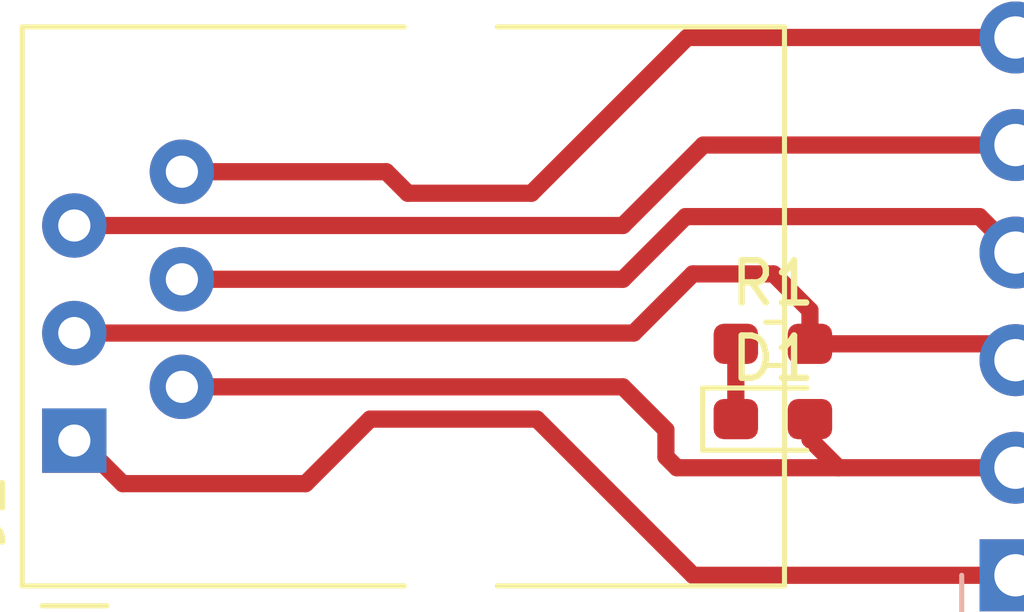
<source format=kicad_pcb>
(kicad_pcb (version 20171130) (host pcbnew 5.1.5+dfsg1-2build2)

  (general
    (thickness 1.6)
    (drawings 0)
    (tracks 35)
    (zones 0)
    (modules 4)
    (nets 8)
  )

  (page A4)
  (layers
    (0 F.Cu signal)
    (31 B.Cu signal hide)
    (32 B.Adhes user hide)
    (33 F.Adhes user hide)
    (34 B.Paste user hide)
    (35 F.Paste user hide)
    (36 B.SilkS user hide)
    (37 F.SilkS user hide)
    (38 B.Mask user hide)
    (39 F.Mask user hide)
    (40 Dwgs.User user hide)
    (41 Cmts.User user hide)
    (42 Eco1.User user hide)
    (43 Eco2.User user hide)
    (44 Edge.Cuts user hide)
    (45 Margin user hide)
    (46 B.CrtYd user hide)
    (47 F.CrtYd user hide)
    (48 B.Fab user hide)
    (49 F.Fab user hide)
  )

  (setup
    (last_trace_width 0.4064)
    (trace_clearance 0.2)
    (zone_clearance 0.508)
    (zone_45_only no)
    (trace_min 0.2)
    (via_size 0.8)
    (via_drill 0.4)
    (via_min_size 0.4)
    (via_min_drill 0.3)
    (uvia_size 0.3)
    (uvia_drill 0.1)
    (uvias_allowed no)
    (uvia_min_size 0.2)
    (uvia_min_drill 0.1)
    (edge_width 0.05)
    (segment_width 0.2)
    (pcb_text_width 0.3)
    (pcb_text_size 1.5 1.5)
    (mod_edge_width 0.12)
    (mod_text_size 1 1)
    (mod_text_width 0.15)
    (pad_size 1.524 1.524)
    (pad_drill 0.762)
    (pad_to_mask_clearance 0.051)
    (solder_mask_min_width 0.25)
    (aux_axis_origin 0 0)
    (visible_elements FFFFFF7F)
    (pcbplotparams
      (layerselection 0x010fc_ffffffff)
      (usegerberextensions false)
      (usegerberattributes false)
      (usegerberadvancedattributes false)
      (creategerberjobfile false)
      (excludeedgelayer true)
      (linewidth 0.100000)
      (plotframeref false)
      (viasonmask false)
      (mode 1)
      (useauxorigin false)
      (hpglpennumber 1)
      (hpglpenspeed 20)
      (hpglpendiameter 15.000000)
      (psnegative false)
      (psa4output false)
      (plotreference true)
      (plotvalue true)
      (plotinvisibletext false)
      (padsonsilk false)
      (subtractmaskfromsilk false)
      (outputformat 1)
      (mirror false)
      (drillshape 1)
      (scaleselection 1)
      (outputdirectory ""))
  )

  (net 0 "")
  (net 1 "Net-(D1-Pad1)")
  (net 2 "Net-(D1-Pad2)")
  (net 3 "Net-(J1-Pad6)")
  (net 4 "Net-(J1-Pad5)")
  (net 5 "Net-(J1-Pad4)")
  (net 6 "Net-(J1-Pad3)")
  (net 7 "Net-(J1-Pad1)")

  (net_class Default "This is the default net class."
    (clearance 0.2)
    (trace_width 0.4064)
    (via_dia 0.8)
    (via_drill 0.4)
    (uvia_dia 0.3)
    (uvia_drill 0.1)
    (add_net "Net-(D1-Pad1)")
    (add_net "Net-(D1-Pad2)")
    (add_net "Net-(J1-Pad1)")
    (add_net "Net-(J1-Pad3)")
    (add_net "Net-(J1-Pad4)")
    (add_net "Net-(J1-Pad5)")
    (add_net "Net-(J1-Pad6)")
  )

  (module LED_SMD:LED_0603_1608Metric_Pad1.05x0.95mm_HandSolder (layer F.Cu) (tedit 5B4B45C9) (tstamp 608471CB)
    (at 143.623 129.921)
    (descr "LED SMD 0603 (1608 Metric), square (rectangular) end terminal, IPC_7351 nominal, (Body size source: http://www.tortai-tech.com/upload/download/2011102023233369053.pdf), generated with kicad-footprint-generator")
    (tags "LED handsolder")
    (path /6084848E)
    (attr smd)
    (fp_text reference D1 (at 0 -1.43) (layer F.SilkS)
      (effects (font (size 1 1) (thickness 0.15)))
    )
    (fp_text value LED (at 0 1.43) (layer F.Fab)
      (effects (font (size 1 1) (thickness 0.15)))
    )
    (fp_line (start 0.8 -0.4) (end -0.5 -0.4) (layer F.Fab) (width 0.1))
    (fp_line (start -0.5 -0.4) (end -0.8 -0.1) (layer F.Fab) (width 0.1))
    (fp_line (start -0.8 -0.1) (end -0.8 0.4) (layer F.Fab) (width 0.1))
    (fp_line (start -0.8 0.4) (end 0.8 0.4) (layer F.Fab) (width 0.1))
    (fp_line (start 0.8 0.4) (end 0.8 -0.4) (layer F.Fab) (width 0.1))
    (fp_line (start 0.8 -0.735) (end -1.66 -0.735) (layer F.SilkS) (width 0.12))
    (fp_line (start -1.66 -0.735) (end -1.66 0.735) (layer F.SilkS) (width 0.12))
    (fp_line (start -1.66 0.735) (end 0.8 0.735) (layer F.SilkS) (width 0.12))
    (fp_line (start -1.65 0.73) (end -1.65 -0.73) (layer F.CrtYd) (width 0.05))
    (fp_line (start -1.65 -0.73) (end 1.65 -0.73) (layer F.CrtYd) (width 0.05))
    (fp_line (start 1.65 -0.73) (end 1.65 0.73) (layer F.CrtYd) (width 0.05))
    (fp_line (start 1.65 0.73) (end -1.65 0.73) (layer F.CrtYd) (width 0.05))
    (fp_text user %R (at 0 0) (layer F.Fab)
      (effects (font (size 0.4 0.4) (thickness 0.06)))
    )
    (pad 1 smd roundrect (at -0.875 0) (size 1.05 0.95) (layers F.Cu F.Paste F.Mask) (roundrect_rratio 0.25)
      (net 1 "Net-(D1-Pad1)"))
    (pad 2 smd roundrect (at 0.875 0) (size 1.05 0.95) (layers F.Cu F.Paste F.Mask) (roundrect_rratio 0.25)
      (net 2 "Net-(D1-Pad2)"))
    (model ${KISYS3DMOD}/LED_SMD.3dshapes/LED_0603_1608Metric.wrl
      (at (xyz 0 0 0))
      (scale (xyz 1 1 1))
      (rotate (xyz 0 0 0))
    )
  )

  (module Connector_RJ:RJ12_Amphenol_54601 (layer F.Cu) (tedit 5AE2E32D) (tstamp 608474C2)
    (at 127.127 130.429 90)
    (descr "RJ12 connector  https://cdn.amphenol-icc.com/media/wysiwyg/files/drawing/c-bmj-0082.pdf")
    (tags "RJ12 connector")
    (path /60846E15)
    (fp_text reference J1 (at -1.67 -2.16 90) (layer F.SilkS)
      (effects (font (size 1 1) (thickness 0.15)))
    )
    (fp_text value 6P6C_Shielded (at 3.54 18.3 90) (layer F.Fab)
      (effects (font (size 1 1) (thickness 0.15)))
    )
    (fp_line (start -3.43 -0.48) (end -3.43 -1.23) (layer F.Fab) (width 0.1))
    (fp_line (start -2.93 0.02) (end -3.43 -0.48) (layer F.Fab) (width 0.1))
    (fp_line (start -3.43 0.52) (end -2.93 0.02) (layer F.Fab) (width 0.1))
    (fp_line (start -3.9 0.77) (end -3.9 -0.76) (layer F.SilkS) (width 0.12))
    (fp_line (start -3.43 7.79) (end -3.43 -1.23) (layer F.SilkS) (width 0.12))
    (fp_line (start -3.43 7.72) (end -3.43 7.79) (layer F.SilkS) (width 0.1))
    (fp_line (start -3.43 16.77) (end -3.43 9.99) (layer F.SilkS) (width 0.12))
    (fp_line (start 9.77 16.77) (end -3.43 16.77) (layer F.SilkS) (width 0.12))
    (fp_line (start 9.77 16.76) (end 9.77 16.77) (layer F.SilkS) (width 0.1))
    (fp_line (start 9.77 16.77) (end 9.77 9.99) (layer F.SilkS) (width 0.12))
    (fp_line (start 9.77 16.65) (end 9.77 16.77) (layer F.SilkS) (width 0.1))
    (fp_line (start 9.77 -1.23) (end 9.77 7.79) (layer F.SilkS) (width 0.12))
    (fp_line (start -3.43 -1.23) (end 9.77 -1.23) (layer F.SilkS) (width 0.12))
    (fp_line (start -4.04 17.27) (end -4.04 -1.73) (layer F.CrtYd) (width 0.05))
    (fp_line (start 10.38 17.27) (end -4.04 17.27) (layer F.CrtYd) (width 0.05))
    (fp_line (start 10.38 -1.73) (end 10.38 17.27) (layer F.CrtYd) (width 0.05))
    (fp_line (start -4.04 -1.73) (end 10.38 -1.73) (layer F.CrtYd) (width 0.05))
    (fp_line (start 9.77 16.77) (end -3.43 16.77) (layer F.Fab) (width 0.1))
    (fp_line (start 9.77 -1.23) (end 9.77 16.77) (layer F.Fab) (width 0.1))
    (fp_line (start -3.43 -1.23) (end 9.77 -1.23) (layer F.Fab) (width 0.1))
    (fp_line (start -3.43 16.77) (end -3.43 0.52) (layer F.Fab) (width 0.1))
    (fp_text user %R (at 3.16 7.76 90) (layer F.Fab)
      (effects (font (size 1 1) (thickness 0.15)))
    )
    (pad "" np_thru_hole circle (at 8.25 8.89 90) (size 3.25 3.25) (drill 3.25) (layers *.Cu *.Mask))
    (pad 6 thru_hole circle (at 6.35 2.54 90) (size 1.52 1.52) (drill 0.76) (layers *.Cu *.Mask)
      (net 3 "Net-(J1-Pad6)"))
    (pad 5 thru_hole circle (at 5.08 0 90) (size 1.52 1.52) (drill 0.76) (layers *.Cu *.Mask)
      (net 4 "Net-(J1-Pad5)"))
    (pad 4 thru_hole circle (at 3.81 2.54 90) (size 1.52 1.52) (drill 0.76) (layers *.Cu *.Mask)
      (net 5 "Net-(J1-Pad4)"))
    (pad 3 thru_hole circle (at 2.54 0 90) (size 1.52 1.52) (drill 0.76) (layers *.Cu *.Mask)
      (net 6 "Net-(J1-Pad3)"))
    (pad 2 thru_hole circle (at 1.27 2.54 90) (size 1.52 1.52) (drill 0.76) (layers *.Cu *.Mask)
      (net 2 "Net-(D1-Pad2)"))
    (pad "" np_thru_hole circle (at -1.91 8.89 90) (size 3.25 3.25) (drill 3.25) (layers *.Cu *.Mask))
    (pad 1 thru_hole rect (at 0 0 90) (size 1.52 1.52) (drill 0.76) (layers *.Cu *.Mask)
      (net 7 "Net-(J1-Pad1)"))
    (model ${KISYS3DMOD}/Connector_RJ.3dshapes/RJ12_Amphenol_54601.wrl
      (at (xyz 0 0 0))
      (scale (xyz 1 1 1))
      (rotate (xyz 0 0 0))
    )
  )

  (module Connector_PinHeader_2.54mm:PinHeader_1x06_P2.54mm_Horizontal (layer B.Cu) (tedit 59FED5CB) (tstamp 60847254)
    (at 149.352 133.609)
    (descr "Through hole angled pin header, 1x06, 2.54mm pitch, 6mm pin length, single row")
    (tags "Through hole angled pin header THT 1x06 2.54mm single row")
    (path /60847A64)
    (fp_text reference J2 (at 4.385 2.27) (layer B.SilkS)
      (effects (font (size 1 1) (thickness 0.15)) (justify mirror))
    )
    (fp_text value Conn_PIC_ICSP_ICD (at 4.385 -14.97) (layer B.Fab)
      (effects (font (size 1 1) (thickness 0.15)) (justify mirror))
    )
    (fp_line (start 2.135 1.27) (end 4.04 1.27) (layer B.Fab) (width 0.1))
    (fp_line (start 4.04 1.27) (end 4.04 -13.97) (layer B.Fab) (width 0.1))
    (fp_line (start 4.04 -13.97) (end 1.5 -13.97) (layer B.Fab) (width 0.1))
    (fp_line (start 1.5 -13.97) (end 1.5 0.635) (layer B.Fab) (width 0.1))
    (fp_line (start 1.5 0.635) (end 2.135 1.27) (layer B.Fab) (width 0.1))
    (fp_line (start -0.32 0.32) (end 1.5 0.32) (layer B.Fab) (width 0.1))
    (fp_line (start -0.32 0.32) (end -0.32 -0.32) (layer B.Fab) (width 0.1))
    (fp_line (start -0.32 -0.32) (end 1.5 -0.32) (layer B.Fab) (width 0.1))
    (fp_line (start 4.04 0.32) (end 10.04 0.32) (layer B.Fab) (width 0.1))
    (fp_line (start 10.04 0.32) (end 10.04 -0.32) (layer B.Fab) (width 0.1))
    (fp_line (start 4.04 -0.32) (end 10.04 -0.32) (layer B.Fab) (width 0.1))
    (fp_line (start -0.32 -2.22) (end 1.5 -2.22) (layer B.Fab) (width 0.1))
    (fp_line (start -0.32 -2.22) (end -0.32 -2.86) (layer B.Fab) (width 0.1))
    (fp_line (start -0.32 -2.86) (end 1.5 -2.86) (layer B.Fab) (width 0.1))
    (fp_line (start 4.04 -2.22) (end 10.04 -2.22) (layer B.Fab) (width 0.1))
    (fp_line (start 10.04 -2.22) (end 10.04 -2.86) (layer B.Fab) (width 0.1))
    (fp_line (start 4.04 -2.86) (end 10.04 -2.86) (layer B.Fab) (width 0.1))
    (fp_line (start -0.32 -4.76) (end 1.5 -4.76) (layer B.Fab) (width 0.1))
    (fp_line (start -0.32 -4.76) (end -0.32 -5.4) (layer B.Fab) (width 0.1))
    (fp_line (start -0.32 -5.4) (end 1.5 -5.4) (layer B.Fab) (width 0.1))
    (fp_line (start 4.04 -4.76) (end 10.04 -4.76) (layer B.Fab) (width 0.1))
    (fp_line (start 10.04 -4.76) (end 10.04 -5.4) (layer B.Fab) (width 0.1))
    (fp_line (start 4.04 -5.4) (end 10.04 -5.4) (layer B.Fab) (width 0.1))
    (fp_line (start -0.32 -7.3) (end 1.5 -7.3) (layer B.Fab) (width 0.1))
    (fp_line (start -0.32 -7.3) (end -0.32 -7.94) (layer B.Fab) (width 0.1))
    (fp_line (start -0.32 -7.94) (end 1.5 -7.94) (layer B.Fab) (width 0.1))
    (fp_line (start 4.04 -7.3) (end 10.04 -7.3) (layer B.Fab) (width 0.1))
    (fp_line (start 10.04 -7.3) (end 10.04 -7.94) (layer B.Fab) (width 0.1))
    (fp_line (start 4.04 -7.94) (end 10.04 -7.94) (layer B.Fab) (width 0.1))
    (fp_line (start -0.32 -9.84) (end 1.5 -9.84) (layer B.Fab) (width 0.1))
    (fp_line (start -0.32 -9.84) (end -0.32 -10.48) (layer B.Fab) (width 0.1))
    (fp_line (start -0.32 -10.48) (end 1.5 -10.48) (layer B.Fab) (width 0.1))
    (fp_line (start 4.04 -9.84) (end 10.04 -9.84) (layer B.Fab) (width 0.1))
    (fp_line (start 10.04 -9.84) (end 10.04 -10.48) (layer B.Fab) (width 0.1))
    (fp_line (start 4.04 -10.48) (end 10.04 -10.48) (layer B.Fab) (width 0.1))
    (fp_line (start -0.32 -12.38) (end 1.5 -12.38) (layer B.Fab) (width 0.1))
    (fp_line (start -0.32 -12.38) (end -0.32 -13.02) (layer B.Fab) (width 0.1))
    (fp_line (start -0.32 -13.02) (end 1.5 -13.02) (layer B.Fab) (width 0.1))
    (fp_line (start 4.04 -12.38) (end 10.04 -12.38) (layer B.Fab) (width 0.1))
    (fp_line (start 10.04 -12.38) (end 10.04 -13.02) (layer B.Fab) (width 0.1))
    (fp_line (start 4.04 -13.02) (end 10.04 -13.02) (layer B.Fab) (width 0.1))
    (fp_line (start 1.44 1.33) (end 1.44 -14.03) (layer B.SilkS) (width 0.12))
    (fp_line (start 1.44 -14.03) (end 4.1 -14.03) (layer B.SilkS) (width 0.12))
    (fp_line (start 4.1 -14.03) (end 4.1 1.33) (layer B.SilkS) (width 0.12))
    (fp_line (start 4.1 1.33) (end 1.44 1.33) (layer B.SilkS) (width 0.12))
    (fp_line (start 4.1 0.38) (end 10.1 0.38) (layer B.SilkS) (width 0.12))
    (fp_line (start 10.1 0.38) (end 10.1 -0.38) (layer B.SilkS) (width 0.12))
    (fp_line (start 10.1 -0.38) (end 4.1 -0.38) (layer B.SilkS) (width 0.12))
    (fp_line (start 4.1 0.32) (end 10.1 0.32) (layer B.SilkS) (width 0.12))
    (fp_line (start 4.1 0.2) (end 10.1 0.2) (layer B.SilkS) (width 0.12))
    (fp_line (start 4.1 0.08) (end 10.1 0.08) (layer B.SilkS) (width 0.12))
    (fp_line (start 4.1 -0.04) (end 10.1 -0.04) (layer B.SilkS) (width 0.12))
    (fp_line (start 4.1 -0.16) (end 10.1 -0.16) (layer B.SilkS) (width 0.12))
    (fp_line (start 4.1 -0.28) (end 10.1 -0.28) (layer B.SilkS) (width 0.12))
    (fp_line (start 1.11 0.38) (end 1.44 0.38) (layer B.SilkS) (width 0.12))
    (fp_line (start 1.11 -0.38) (end 1.44 -0.38) (layer B.SilkS) (width 0.12))
    (fp_line (start 1.44 -1.27) (end 4.1 -1.27) (layer B.SilkS) (width 0.12))
    (fp_line (start 4.1 -2.16) (end 10.1 -2.16) (layer B.SilkS) (width 0.12))
    (fp_line (start 10.1 -2.16) (end 10.1 -2.92) (layer B.SilkS) (width 0.12))
    (fp_line (start 10.1 -2.92) (end 4.1 -2.92) (layer B.SilkS) (width 0.12))
    (fp_line (start 1.042929 -2.16) (end 1.44 -2.16) (layer B.SilkS) (width 0.12))
    (fp_line (start 1.042929 -2.92) (end 1.44 -2.92) (layer B.SilkS) (width 0.12))
    (fp_line (start 1.44 -3.81) (end 4.1 -3.81) (layer B.SilkS) (width 0.12))
    (fp_line (start 4.1 -4.7) (end 10.1 -4.7) (layer B.SilkS) (width 0.12))
    (fp_line (start 10.1 -4.7) (end 10.1 -5.46) (layer B.SilkS) (width 0.12))
    (fp_line (start 10.1 -5.46) (end 4.1 -5.46) (layer B.SilkS) (width 0.12))
    (fp_line (start 1.042929 -4.7) (end 1.44 -4.7) (layer B.SilkS) (width 0.12))
    (fp_line (start 1.042929 -5.46) (end 1.44 -5.46) (layer B.SilkS) (width 0.12))
    (fp_line (start 1.44 -6.35) (end 4.1 -6.35) (layer B.SilkS) (width 0.12))
    (fp_line (start 4.1 -7.24) (end 10.1 -7.24) (layer B.SilkS) (width 0.12))
    (fp_line (start 10.1 -7.24) (end 10.1 -8) (layer B.SilkS) (width 0.12))
    (fp_line (start 10.1 -8) (end 4.1 -8) (layer B.SilkS) (width 0.12))
    (fp_line (start 1.042929 -7.24) (end 1.44 -7.24) (layer B.SilkS) (width 0.12))
    (fp_line (start 1.042929 -8) (end 1.44 -8) (layer B.SilkS) (width 0.12))
    (fp_line (start 1.44 -8.89) (end 4.1 -8.89) (layer B.SilkS) (width 0.12))
    (fp_line (start 4.1 -9.78) (end 10.1 -9.78) (layer B.SilkS) (width 0.12))
    (fp_line (start 10.1 -9.78) (end 10.1 -10.54) (layer B.SilkS) (width 0.12))
    (fp_line (start 10.1 -10.54) (end 4.1 -10.54) (layer B.SilkS) (width 0.12))
    (fp_line (start 1.042929 -9.78) (end 1.44 -9.78) (layer B.SilkS) (width 0.12))
    (fp_line (start 1.042929 -10.54) (end 1.44 -10.54) (layer B.SilkS) (width 0.12))
    (fp_line (start 1.44 -11.43) (end 4.1 -11.43) (layer B.SilkS) (width 0.12))
    (fp_line (start 4.1 -12.32) (end 10.1 -12.32) (layer B.SilkS) (width 0.12))
    (fp_line (start 10.1 -12.32) (end 10.1 -13.08) (layer B.SilkS) (width 0.12))
    (fp_line (start 10.1 -13.08) (end 4.1 -13.08) (layer B.SilkS) (width 0.12))
    (fp_line (start 1.042929 -12.32) (end 1.44 -12.32) (layer B.SilkS) (width 0.12))
    (fp_line (start 1.042929 -13.08) (end 1.44 -13.08) (layer B.SilkS) (width 0.12))
    (fp_line (start -1.27 0) (end -1.27 1.27) (layer B.SilkS) (width 0.12))
    (fp_line (start -1.27 1.27) (end 0 1.27) (layer B.SilkS) (width 0.12))
    (fp_line (start -1.8 1.8) (end -1.8 -14.5) (layer B.CrtYd) (width 0.05))
    (fp_line (start -1.8 -14.5) (end 10.55 -14.5) (layer B.CrtYd) (width 0.05))
    (fp_line (start 10.55 -14.5) (end 10.55 1.8) (layer B.CrtYd) (width 0.05))
    (fp_line (start 10.55 1.8) (end -1.8 1.8) (layer B.CrtYd) (width 0.05))
    (fp_text user %R (at 2.77 -6.35 270) (layer B.Fab)
      (effects (font (size 1 1) (thickness 0.15)) (justify mirror))
    )
    (pad 1 thru_hole rect (at 0 0) (size 1.7 1.7) (drill 1) (layers *.Cu *.Mask)
      (net 7 "Net-(J1-Pad1)"))
    (pad 2 thru_hole oval (at 0 -2.54) (size 1.7 1.7) (drill 1) (layers *.Cu *.Mask)
      (net 2 "Net-(D1-Pad2)"))
    (pad 3 thru_hole oval (at 0 -5.08) (size 1.7 1.7) (drill 1) (layers *.Cu *.Mask)
      (net 6 "Net-(J1-Pad3)"))
    (pad 4 thru_hole oval (at 0 -7.62) (size 1.7 1.7) (drill 1) (layers *.Cu *.Mask)
      (net 5 "Net-(J1-Pad4)"))
    (pad 5 thru_hole oval (at 0 -10.16) (size 1.7 1.7) (drill 1) (layers *.Cu *.Mask)
      (net 4 "Net-(J1-Pad5)"))
    (pad 6 thru_hole oval (at 0 -12.7) (size 1.7 1.7) (drill 1) (layers *.Cu *.Mask)
      (net 3 "Net-(J1-Pad6)"))
    (model ${KISYS3DMOD}/Connector_PinHeader_2.54mm.3dshapes/PinHeader_1x06_P2.54mm_Horizontal.wrl
      (at (xyz 0 0 0))
      (scale (xyz 1 1 1))
      (rotate (xyz 0 0 0))
    )
  )

  (module Resistor_SMD:R_0603_1608Metric_Pad1.05x0.95mm_HandSolder (layer F.Cu) (tedit 5B301BBD) (tstamp 60847265)
    (at 143.623 128.143)
    (descr "Resistor SMD 0603 (1608 Metric), square (rectangular) end terminal, IPC_7351 nominal with elongated pad for handsoldering. (Body size source: http://www.tortai-tech.com/upload/download/2011102023233369053.pdf), generated with kicad-footprint-generator")
    (tags "resistor handsolder")
    (path /60848F40)
    (attr smd)
    (fp_text reference R1 (at 0 -1.43) (layer F.SilkS)
      (effects (font (size 1 1) (thickness 0.15)))
    )
    (fp_text value 470 (at 0 1.43) (layer F.Fab)
      (effects (font (size 1 1) (thickness 0.15)))
    )
    (fp_line (start -0.8 0.4) (end -0.8 -0.4) (layer F.Fab) (width 0.1))
    (fp_line (start -0.8 -0.4) (end 0.8 -0.4) (layer F.Fab) (width 0.1))
    (fp_line (start 0.8 -0.4) (end 0.8 0.4) (layer F.Fab) (width 0.1))
    (fp_line (start 0.8 0.4) (end -0.8 0.4) (layer F.Fab) (width 0.1))
    (fp_line (start -0.171267 -0.51) (end 0.171267 -0.51) (layer F.SilkS) (width 0.12))
    (fp_line (start -0.171267 0.51) (end 0.171267 0.51) (layer F.SilkS) (width 0.12))
    (fp_line (start -1.65 0.73) (end -1.65 -0.73) (layer F.CrtYd) (width 0.05))
    (fp_line (start -1.65 -0.73) (end 1.65 -0.73) (layer F.CrtYd) (width 0.05))
    (fp_line (start 1.65 -0.73) (end 1.65 0.73) (layer F.CrtYd) (width 0.05))
    (fp_line (start 1.65 0.73) (end -1.65 0.73) (layer F.CrtYd) (width 0.05))
    (fp_text user %R (at 0 0) (layer F.Fab)
      (effects (font (size 0.4 0.4) (thickness 0.06)))
    )
    (pad 1 smd roundrect (at -0.875 0) (size 1.05 0.95) (layers F.Cu F.Paste F.Mask) (roundrect_rratio 0.25)
      (net 1 "Net-(D1-Pad1)"))
    (pad 2 smd roundrect (at 0.875 0) (size 1.05 0.95) (layers F.Cu F.Paste F.Mask) (roundrect_rratio 0.25)
      (net 6 "Net-(J1-Pad3)"))
    (model ${KISYS3DMOD}/Resistor_SMD.3dshapes/R_0603_1608Metric.wrl
      (at (xyz 0 0 0))
      (scale (xyz 1 1 1))
      (rotate (xyz 0 0 0))
    )
  )

  (segment (start 142.748 128.143) (end 142.748 129.921) (width 0.4064) (layer F.Cu) (net 1))
  (segment (start 144.498 130.396) (end 144.498 129.921) (width 0.4064) (layer F.Cu) (net 2))
  (segment (start 145.171 131.069) (end 144.498 130.396) (width 0.4064) (layer F.Cu) (net 2))
  (segment (start 149.352 131.069) (end 145.171 131.069) (width 0.4064) (layer F.Cu) (net 2))
  (segment (start 141.356 131.069) (end 145.171 131.069) (width 0.4064) (layer F.Cu) (net 2))
  (segment (start 141.097 130.81) (end 141.356 131.069) (width 0.4064) (layer F.Cu) (net 2))
  (segment (start 140.081 129.159) (end 141.097 130.175) (width 0.4064) (layer F.Cu) (net 2))
  (segment (start 141.097 130.175) (end 141.097 130.81) (width 0.4064) (layer F.Cu) (net 2))
  (segment (start 129.667 129.159) (end 140.081 129.159) (width 0.4064) (layer F.Cu) (net 2))
  (segment (start 141.6 120.909) (end 149.352 120.909) (width 0.4064) (layer F.Cu) (net 3))
  (segment (start 137.922 124.587) (end 141.6 120.909) (width 0.4064) (layer F.Cu) (net 3))
  (segment (start 135.001 124.587) (end 137.922 124.587) (width 0.4064) (layer F.Cu) (net 3))
  (segment (start 134.493 124.079) (end 135.001 124.587) (width 0.4064) (layer F.Cu) (net 3))
  (segment (start 129.667 124.079) (end 134.493 124.079) (width 0.4064) (layer F.Cu) (net 3))
  (segment (start 127.127 125.349) (end 140.081 125.349) (width 0.4064) (layer F.Cu) (net 4))
  (segment (start 141.981 123.449) (end 149.352 123.449) (width 0.4064) (layer F.Cu) (net 4))
  (segment (start 140.081 125.349) (end 141.981 123.449) (width 0.4064) (layer F.Cu) (net 4))
  (segment (start 148.502001 125.139001) (end 149.352 125.989) (width 0.4064) (layer F.Cu) (net 5))
  (segment (start 141.560999 125.139001) (end 148.502001 125.139001) (width 0.4064) (layer F.Cu) (net 5))
  (segment (start 140.081 126.619) (end 141.560999 125.139001) (width 0.4064) (layer F.Cu) (net 5))
  (segment (start 129.667 126.619) (end 140.081 126.619) (width 0.4064) (layer F.Cu) (net 5))
  (segment (start 144.498 127.353) (end 144.498 128.143) (width 0.4064) (layer F.Cu) (net 6))
  (segment (start 143.637 126.492) (end 144.498 127.353) (width 0.4064) (layer F.Cu) (net 6))
  (segment (start 141.732 126.492) (end 143.637 126.492) (width 0.4064) (layer F.Cu) (net 6))
  (segment (start 140.335 127.889) (end 141.732 126.492) (width 0.4064) (layer F.Cu) (net 6))
  (segment (start 127.127 127.889) (end 140.335 127.889) (width 0.4064) (layer F.Cu) (net 6))
  (segment (start 148.966 128.143) (end 149.352 128.529) (width 0.4064) (layer F.Cu) (net 6))
  (segment (start 144.498 128.143) (end 148.966 128.143) (width 0.4064) (layer F.Cu) (net 6))
  (segment (start 127.127 130.429) (end 127.254 130.429) (width 0.4064) (layer F.Cu) (net 7))
  (segment (start 127.254 130.429) (end 128.27 131.445) (width 0.4064) (layer F.Cu) (net 7))
  (segment (start 128.27 131.445) (end 132.588 131.445) (width 0.4064) (layer F.Cu) (net 7))
  (segment (start 132.588 131.445) (end 134.112 129.921) (width 0.4064) (layer F.Cu) (net 7))
  (segment (start 134.112 129.921) (end 138.049 129.921) (width 0.4064) (layer F.Cu) (net 7))
  (segment (start 141.737 133.609) (end 149.352 133.609) (width 0.4064) (layer F.Cu) (net 7))
  (segment (start 138.049 129.921) (end 141.737 133.609) (width 0.4064) (layer F.Cu) (net 7))

)

</source>
